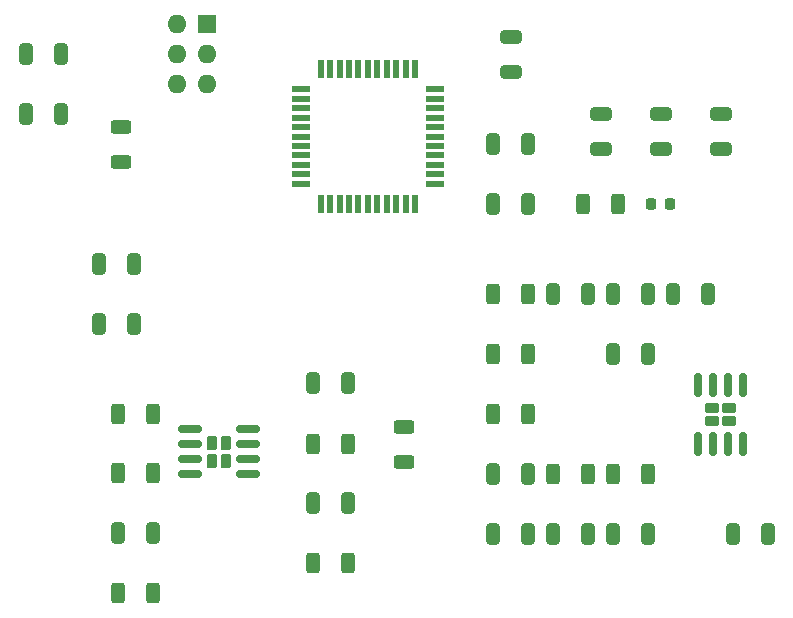
<source format=gbr>
%TF.GenerationSoftware,KiCad,Pcbnew,7.0.8*%
%TF.CreationDate,2023-11-14T15:55:11-08:00*%
%TF.ProjectId,guitar_pedal,67756974-6172-45f7-9065-64616c2e6b69,rev?*%
%TF.SameCoordinates,Original*%
%TF.FileFunction,Paste,Top*%
%TF.FilePolarity,Positive*%
%FSLAX46Y46*%
G04 Gerber Fmt 4.6, Leading zero omitted, Abs format (unit mm)*
G04 Created by KiCad (PCBNEW 7.0.8) date 2023-11-14 15:55:11*
%MOMM*%
%LPD*%
G01*
G04 APERTURE LIST*
G04 Aperture macros list*
%AMRoundRect*
0 Rectangle with rounded corners*
0 $1 Rounding radius*
0 $2 $3 $4 $5 $6 $7 $8 $9 X,Y pos of 4 corners*
0 Add a 4 corners polygon primitive as box body*
4,1,4,$2,$3,$4,$5,$6,$7,$8,$9,$2,$3,0*
0 Add four circle primitives for the rounded corners*
1,1,$1+$1,$2,$3*
1,1,$1+$1,$4,$5*
1,1,$1+$1,$6,$7*
1,1,$1+$1,$8,$9*
0 Add four rect primitives between the rounded corners*
20,1,$1+$1,$2,$3,$4,$5,0*
20,1,$1+$1,$4,$5,$6,$7,0*
20,1,$1+$1,$6,$7,$8,$9,0*
20,1,$1+$1,$8,$9,$2,$3,0*%
G04 Aperture macros list end*
%ADD10RoundRect,0.250000X0.312500X0.625000X-0.312500X0.625000X-0.312500X-0.625000X0.312500X-0.625000X0*%
%ADD11RoundRect,0.250000X0.325000X0.650000X-0.325000X0.650000X-0.325000X-0.650000X0.325000X-0.650000X0*%
%ADD12RoundRect,0.250000X-0.325000X-0.650000X0.325000X-0.650000X0.325000X0.650000X-0.325000X0.650000X0*%
%ADD13RoundRect,0.250000X-0.650000X0.325000X-0.650000X-0.325000X0.650000X-0.325000X0.650000X0.325000X0*%
%ADD14RoundRect,0.250000X-0.625000X0.312500X-0.625000X-0.312500X0.625000X-0.312500X0.625000X0.312500X0*%
%ADD15RoundRect,0.250000X-0.312500X-0.625000X0.312500X-0.625000X0.312500X0.625000X-0.312500X0.625000X0*%
%ADD16RoundRect,0.218750X0.218750X0.256250X-0.218750X0.256250X-0.218750X-0.256250X0.218750X-0.256250X0*%
%ADD17O,1.600000X1.600000*%
%ADD18R,1.600000X1.600000*%
%ADD19RoundRect,0.250000X0.625000X-0.312500X0.625000X0.312500X-0.625000X0.312500X-0.625000X-0.312500X0*%
%ADD20RoundRect,0.250000X0.650000X-0.325000X0.650000X0.325000X-0.650000X0.325000X-0.650000X-0.325000X0*%
%ADD21RoundRect,0.230000X-0.230000X-0.375000X0.230000X-0.375000X0.230000X0.375000X-0.230000X0.375000X0*%
%ADD22RoundRect,0.150000X-0.825000X-0.150000X0.825000X-0.150000X0.825000X0.150000X-0.825000X0.150000X0*%
%ADD23RoundRect,0.230000X0.375000X-0.230000X0.375000X0.230000X-0.375000X0.230000X-0.375000X-0.230000X0*%
%ADD24RoundRect,0.150000X0.150000X-0.825000X0.150000X0.825000X-0.150000X0.825000X-0.150000X-0.825000X0*%
%ADD25R,1.500000X0.550000*%
%ADD26R,0.550000X1.500000*%
G04 APERTURE END LIST*
D10*
%TO.C,R5*%
X133760000Y-96405000D03*
X130835000Y-96405000D03*
%TD*%
D11*
%TO.C,C5*%
X132170000Y-83780000D03*
X129220000Y-83780000D03*
%TD*%
D12*
%TO.C,C7*%
X130822500Y-101485000D03*
X133772500Y-101485000D03*
%TD*%
D13*
%TO.C,C3*%
X176735000Y-66040000D03*
X176735000Y-68990000D03*
%TD*%
D14*
%TO.C,R11*%
X154975000Y-92517500D03*
X154975000Y-95442500D03*
%TD*%
D10*
%TO.C,R3*%
X150257500Y-93980000D03*
X147332500Y-93980000D03*
%TD*%
%TO.C,R8*%
X165497500Y-81280000D03*
X162572500Y-81280000D03*
%TD*%
D11*
%TO.C,C10*%
X165510000Y-96520000D03*
X162560000Y-96520000D03*
%TD*%
D13*
%TO.C,C1*%
X171655000Y-66040000D03*
X171655000Y-68990000D03*
%TD*%
D12*
%TO.C,C16*%
X122985000Y-66040000D03*
X125935000Y-66040000D03*
%TD*%
D10*
%TO.C,R7*%
X165497500Y-91440000D03*
X162572500Y-91440000D03*
%TD*%
D15*
%TO.C,R2*%
X147332500Y-104025000D03*
X150257500Y-104025000D03*
%TD*%
D16*
%TO.C,D1*%
X177522500Y-73660000D03*
X175947500Y-73660000D03*
%TD*%
D11*
%TO.C,C14*%
X170590000Y-81280000D03*
X167640000Y-81280000D03*
%TD*%
D17*
%TO.C,J3*%
X135775000Y-58420000D03*
D18*
X138315000Y-58420000D03*
D17*
X135775000Y-60960000D03*
X138315000Y-60960000D03*
X135775000Y-63500000D03*
X138315000Y-63500000D03*
%TD*%
D10*
%TO.C,R4*%
X133760000Y-106565000D03*
X130835000Y-106565000D03*
%TD*%
D19*
%TO.C,R12*%
X131015000Y-70042500D03*
X131015000Y-67117500D03*
%TD*%
D11*
%TO.C,C11*%
X175670000Y-101600000D03*
X172720000Y-101600000D03*
%TD*%
D20*
%TO.C,C15*%
X164035000Y-62435000D03*
X164035000Y-59485000D03*
%TD*%
D11*
%TO.C,C17*%
X125935000Y-60960000D03*
X122985000Y-60960000D03*
%TD*%
%TO.C,C13*%
X175670000Y-86360000D03*
X172720000Y-86360000D03*
%TD*%
D21*
%TO.C,U3*%
X138777500Y-93865000D03*
X138777500Y-95365000D03*
X139917500Y-93865000D03*
X139917500Y-95365000D03*
D22*
X136872500Y-92710000D03*
X136872500Y-93980000D03*
X136872500Y-95250000D03*
X136872500Y-96520000D03*
X141822500Y-96520000D03*
X141822500Y-95250000D03*
X141822500Y-93980000D03*
X141822500Y-92710000D03*
%TD*%
D11*
%TO.C,C12*%
X185830000Y-101600000D03*
X182880000Y-101600000D03*
%TD*%
%TO.C,C8*%
X150270000Y-98945000D03*
X147320000Y-98945000D03*
%TD*%
D12*
%TO.C,C2*%
X162560000Y-68580000D03*
X165510000Y-68580000D03*
%TD*%
D23*
%TO.C,U4*%
X181065000Y-92010000D03*
X182565000Y-92010000D03*
X181065000Y-90870000D03*
X182565000Y-90870000D03*
D24*
X179910000Y-93915000D03*
X181180000Y-93915000D03*
X182450000Y-93915000D03*
X183720000Y-93915000D03*
X183720000Y-88965000D03*
X182450000Y-88965000D03*
X181180000Y-88965000D03*
X179910000Y-88965000D03*
%TD*%
D11*
%TO.C,C22*%
X165510000Y-101600000D03*
X162560000Y-101600000D03*
%TD*%
D12*
%TO.C,C9*%
X147320000Y-88785000D03*
X150270000Y-88785000D03*
%TD*%
D15*
%TO.C,R6*%
X130835000Y-91440000D03*
X133760000Y-91440000D03*
%TD*%
D11*
%TO.C,C6*%
X132170000Y-78700000D03*
X129220000Y-78700000D03*
%TD*%
D10*
%TO.C,R10*%
X175657500Y-96520000D03*
X172732500Y-96520000D03*
%TD*%
D20*
%TO.C,C18*%
X181815000Y-68990000D03*
X181815000Y-66040000D03*
%TD*%
D11*
%TO.C,C20*%
X175670000Y-81280000D03*
X172720000Y-81280000D03*
%TD*%
%TO.C,C19*%
X170590000Y-101600000D03*
X167640000Y-101600000D03*
%TD*%
D10*
%TO.C,R9*%
X170577500Y-96520000D03*
X167652500Y-96520000D03*
%TD*%
D25*
%TO.C,U1*%
X146255000Y-63920000D03*
X146255000Y-64720000D03*
X146255000Y-65520000D03*
X146255000Y-66320000D03*
X146255000Y-67120000D03*
X146255000Y-67920000D03*
X146255000Y-68720000D03*
X146255000Y-69520000D03*
X146255000Y-70320000D03*
X146255000Y-71120000D03*
X146255000Y-71920000D03*
D26*
X147955000Y-73620000D03*
X148755000Y-73620000D03*
X149555000Y-73620000D03*
X150355000Y-73620000D03*
X151155000Y-73620000D03*
X151955000Y-73620000D03*
X152755000Y-73620000D03*
X153555000Y-73620000D03*
X154355000Y-73620000D03*
X155155000Y-73620000D03*
X155955000Y-73620000D03*
D25*
X157655000Y-71920000D03*
X157655000Y-71120000D03*
X157655000Y-70320000D03*
X157655000Y-69520000D03*
X157655000Y-68720000D03*
X157655000Y-67920000D03*
X157655000Y-67120000D03*
X157655000Y-66320000D03*
X157655000Y-65520000D03*
X157655000Y-64720000D03*
X157655000Y-63920000D03*
D26*
X155955000Y-62220000D03*
X155155000Y-62220000D03*
X154355000Y-62220000D03*
X153555000Y-62220000D03*
X152755000Y-62220000D03*
X151955000Y-62220000D03*
X151155000Y-62220000D03*
X150355000Y-62220000D03*
X149555000Y-62220000D03*
X148755000Y-62220000D03*
X147955000Y-62220000D03*
%TD*%
D15*
%TO.C,R1*%
X170192500Y-73660000D03*
X173117500Y-73660000D03*
%TD*%
D10*
%TO.C,R13*%
X165497500Y-86360000D03*
X162572500Y-86360000D03*
%TD*%
D11*
%TO.C,C21*%
X180750000Y-81280000D03*
X177800000Y-81280000D03*
%TD*%
D12*
%TO.C,C4*%
X162560000Y-73660000D03*
X165510000Y-73660000D03*
%TD*%
M02*

</source>
